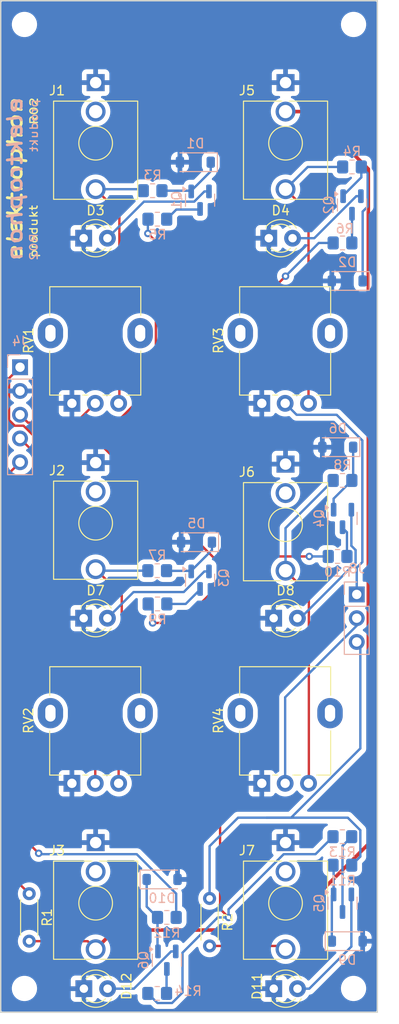
<source format=kicad_pcb>
(kicad_pcb (version 20240108) (generator "pcbnew") (generator_version "8.0")
  (title_block (title "produkt") (date "2021-08-01") (rev "R02") (comment 1 "PCB for mount circuit") (comment 2 "vca and ringmodulator") (comment 4 "License CC BY 4.0 - Attribution 4.0 International"))
  (layers (0 "F.Cu" signal) (31 "B.Cu" signal) (34 "B.Paste" user) (35 "F.Paste" user) (36 "B.SilkS" user "B.Silkscreen") (37 "F.SilkS" user "F.Silkscreen") (38 "B.Mask" user) (39 "F.Mask" user) (44 "Edge.Cuts" user))
  (net 0 "")
  (net 1 "GND")
  (net 2 "Net-(D1-K)")
  (net 3 "Net-(D2-K)")
  (net 4 "Net-(D3-A)")
  (net 5 "Net-(D4-A)")
  (net 6 "Net-(D5-K)")
  (net 7 "Net-(D6-K)")
  (net 8 "Net-(D7-A)")
  (net 9 "Net-(D8-A)")
  (net 10 "Net-(D9-K)")
  (net 11 "Net-(D10-K)")
  (net 12 "Net-(D11-A)")
  (net 13 "Net-(D12-A)")
  (net 14 "Net-(Q1-C)")
  (net 15 "/IN1x")
  (net 16 "Net-(Q2-C)")
  (net 17 "/IN1y")
  (net 18 "Net-(Q3-C)")
  (net 19 "Net-(Q4-C)")
  (net 20 "OUTb")
  (net 21 "Yb")
  (net 22 "Xb")
  (net 23 "OUTa")
  (net 24 "Ya")
  (net 25 "Xa")
  (net 26 "+5V")
  (net 27 "/IN2x")
  (net 28 "Net-(Q5-C)")
  (net 29 "/IN2y")
  (net 30 "Net-(Q6-C)")
  (net 33 "Net-(J3-PadT)")
  (net 36 "Net-(J7-PadT)")
  (footprint "MountingHole:MountingHole_2.2mm_M2" (layer "F.Cu") (at 88.56 53.34)
    (property "Reference" "H2" (hide yes))
    (property "Value" "MountingHole" (hide yes))
    (pad "" np_thru_hole circle (at 0 0) (size 2.2 2.2) (drill 2.2) (layers "*.Cu" "*.Mask"))
  )
  (footprint "MountingHole:MountingHole_2.2mm_M2" (layer "F.Cu") (at 53.34 156.44)
    (property "Reference" "H3" (hide yes))
    (property "Value" "MountingHole" (hide yes))
    (pad "" np_thru_hole circle (at 0 0) (size 2.2 2.2) (drill 2.2) (layers "*.Cu" "*.Mask"))
  )
  (footprint "MountingHole:MountingHole_2.2mm_M2" (layer "F.Cu") (at 88.56 156.44)
    (property "Reference" "H4" (hide yes))
    (property "Value" "MountingHole" (hide yes))
    (pad "" np_thru_hole circle (at 0 0) (size 2.2 2.2) (drill 2.2) (layers "*.Cu" "*.Mask"))
  )
  (footprint "MountingHole:MountingHole_2.2mm_M2" (layer "F.Cu") (at 53.34 53.34)
    (property "Reference" "H1" (hide yes))
    (property "Value" "MountingHole" (hide yes))
    (pad "" np_thru_hole circle (at 0 0) (size 2.2 2.2) (drill 2.2) (layers "*.Cu" "*.Mask"))
  )
  (footprint "LED_THT:LED_D3.0mm" (layer "F.Cu") (at 59.68 76.2)
    (property "Reference" "D3" (at 1.27 -2.96 0) (layer "F.SilkS"))
    (property "Value" "LED (Green)")
    (pad "1" thru_hole rect (at 0 0) (size 1.8 1.8) (drill 0.9) (layers "*.Cu" "*.Mask") (net 1 "GND"))
    (pad "2" thru_hole circle (at 2.54 0) (size 1.8 1.8) (drill 0.9) (layers "*.Cu" "*.Mask") (net 4 "Net-(D3-A)"))
  )
  (footprint "LED_THT:LED_D3.0mm" (layer "F.Cu") (at 79.492 76.2)
    (property "Reference" "D4" (at 1.27 -2.96 0) (layer "F.SilkS"))
    (property "Value" "LED (Green)")
    (pad "1" thru_hole rect (at 0 0) (size 1.8 1.8) (drill 0.9) (layers "*.Cu" "*.Mask") (net 1 "GND"))
    (pad "2" thru_hole circle (at 2.54 0) (size 1.8 1.8) (drill 0.9) (layers "*.Cu" "*.Mask") (net 5 "Net-(D4-A)"))
  )
  (footprint "LED_THT:LED_D3.0mm" (layer "F.Cu") (at 59.68 116.84)
    (property "Reference" "D7" (at 1.27 -2.96 0) (layer "F.SilkS"))
    (property "Value" "LED (Green)")
    (pad "1" thru_hole rect (at 0 0) (size 1.8 1.8) (drill 0.9) (layers "*.Cu" "*.Mask") (net 1 "GND"))
    (pad "2" thru_hole circle (at 2.54 0) (size 1.8 1.8) (drill 0.9) (layers "*.Cu" "*.Mask") (net 8 "Net-(D7-A)"))
  )
  (footprint "LED_THT:LED_D3.0mm" (layer "F.Cu") (at 80.01 116.84)
    (property "Reference" "D8" (at 1.27 -2.96 0) (layer "F.SilkS"))
    (property "Value" "LED (Green)")
    (pad "1" thru_hole rect (at 0 0) (size 1.8 1.8) (drill 0.9) (layers "*.Cu" "*.Mask") (net 1 "GND"))
    (pad "2" thru_hole circle (at 2.54 0) (size 1.8 1.8) (drill 0.9) (layers "*.Cu" "*.Mask") (net 9 "Net-(D8-A)"))
  )
  (footprint "LED_THT:LED_D3.0mm" (layer "F.Cu") (at 80.02 156.464)
    (property "Reference" "D11" (at -1.778 -0.254 90) (layer "F.SilkS"))
    (property "Value" "LED (Red)")
    (pad "1" thru_hole rect (at 0 0) (size 1.8 1.8) (drill 0.9) (layers "*.Cu" "*.Mask") (net 1 "GND"))
    (pad "2" thru_hole circle (at 2.54 0) (size 1.8 1.8) (drill 0.9) (layers "*.Cu" "*.Mask") (net 12 "Net-(D11-A)"))
  )
  (footprint "LED_THT:LED_D3.0mm" (layer "F.Cu") (at 59.7 156.464)
    (property "Reference" "D12" (at 4.572 -0.254 90) (layer "F.SilkS"))
    (property "Value" "LED (Red)")
    (pad "1" thru_hole rect (at 0 0) (size 1.8 1.8) (drill 0.9) (layers "*.Cu" "*.Mask") (net 1 "GND"))
    (pad "2" thru_hole circle (at 2.54 0) (size 1.8 1.8) (drill 0.9) (layers "*.Cu" "*.Mask") (net 13 "Net-(D12-A)"))
  )
  (footprint "elektrophon:Jack_3.5mm_WQP-PJ398SM_Vertical" (layer "F.Cu") (at 60.96 66.04)
    (property "Reference" "J1" (at -4.13 -5.63 0) (layer "F.SilkS"))
    (property "Value" "IN_X")
    (pad "S" thru_hole rect (at 0 -6.48 180) (size 1.93 1.83) (drill 1.22) (layers "*.Cu" "*.Mask") (net 1 "GND"))
    (pad "T" thru_hole circle (at 0 4.92 180) (size 2.13 2.13) (drill 1.43) (layers "*.Cu" "*.Mask") (net 15 "/IN1x"))
    (pad "TN" thru_hole circle (at 0 -3.38 180) (size 2.13 2.13) (drill 1.42) (layers "*.Cu" "*.Mask"))
  )
  (footprint "elektrophon:Jack_3.5mm_WQP-PJ398SM_Vertical" (layer "F.Cu") (at 60.96 106.68)
    (property "Reference" "J2" (at -4.13 -5.63 0) (layer "F.SilkS"))
    (property "Value" "IN_Y")
    (pad "S" thru_hole rect (at 0 -6.48 180) (size 1.93 1.83) (drill 1.22) (layers "*.Cu" "*.Mask") (net 1 "GND"))
    (pad "T" thru_hole circle (at 0 4.92 180) (size 2.13 2.13) (drill 1.43) (layers "*.Cu" "*.Mask") (net 17 "/IN1y"))
    (pad "TN" thru_hole circle (at 0 -3.38 180) (size 2.13 2.13) (drill 1.42) (layers "*.Cu" "*.Mask"))
  )
  (footprint "elektrophon:Jack_3.5mm_WQP-PJ398SM_Vertical" (layer "F.Cu") (at 60.96 147.32)
    (property "Reference" "J3" (at -4.13 -5.63 0) (layer "F.SilkS"))
    (property "Value" "OUT")
    (pad "S" thru_hole rect (at 0 -6.48 180) (size 1.93 1.83) (drill 1.22) (layers "*.Cu" "*.Mask") (net 1 "GND"))
    (pad "T" thru_hole circle (at 0 4.92 180) (size 2.13 2.13) (drill 1.43) (layers "*.Cu" "*.Mask") (net 33 "Net-(J3-PadT)"))
    (pad "TN" thru_hole circle (at 0 -3.38 180) (size 2.13 2.13) (drill 1.42) (layers "*.Cu" "*.Mask"))
  )
  (footprint "elektrophon:Jack_3.5mm_WQP-PJ398SM_Vertical" (layer "F.Cu") (at 81.28 66.04)
    (property "Reference" "J5" (at -4.13 -5.63 0) (layer "F.SilkS"))
    (property "Value" "IN_X")
    (pad "S" thru_hole rect (at 0 -6.48 180) (size 1.93 1.83) (drill 1.22) (layers "*.Cu" "*.Mask") (net 1 "GND"))
    (pad "T" thru_hole circle (at 0 4.92 180) (size 2.13 2.13) (drill 1.43) (layers "*.Cu" "*.Mask") (net 27 "/IN2x"))
    (pad "TN" thru_hole circle (at 0 -3.38 180) (size 2.13 2.13) (drill 1.42) (layers "*.Cu" "*.Mask") (net 33 "Net-(J3-PadT)"))
  )
  (footprint "elektrophon:Jack_3.5mm_WQP-PJ398SM_Vertical" (layer "F.Cu") (at 81.28 106.84)
    (property "Reference" "J6" (at -4.13 -5.63 0) (layer "F.SilkS"))
    (property "Value" "IN_Y")
    (pad "S" thru_hole rect (at 0 -6.48 180) (size 1.93 1.83) (drill 1.22) (layers "*.Cu" "*.Mask") (net 1 "GND"))
    (pad "T" thru_hole circle (at 0 4.92 180) (size 2.13 2.13) (drill 1.43) (layers "*.Cu" "*.Mask") (net 29 "/IN2y"))
    (pad "TN" thru_hole circle (at 0 -3.38 180) (size 2.13 2.13) (drill 1.42) (layers "*.Cu" "*.Mask"))
  )
  (footprint "elektrophon:Jack_3.5mm_WQP-PJ398SM_Vertical" (layer "F.Cu") (at 81.28 147.32)
    (property "Reference" "J7" (at -4.13 -5.63 0) (layer "F.SilkS"))
    (property "Value" "OUT")
    (pad "S" thru_hole rect (at 0 -6.48 180) (size 1.93 1.83) (drill 1.22) (layers "*.Cu" "*.Mask") (net 1 "GND"))
    (pad "T" thru_hole circle (at 0 4.92 180) (size 2.13 2.13) (drill 1.43) (layers "*.Cu" "*.Mask") (net 36 "Net-(J7-PadT)"))
    (pad "TN" thru_hole circle (at 0 -3.38 180) (size 2.13 2.13) (drill 1.42) (layers "*.Cu" "*.Mask"))
  )
  (footprint "Resistor_THT:R_Axial_DIN0204_L3.6mm_D1.6mm_P5.08mm_Horizontal" (layer "F.Cu") (at 53.848 146.304 -90)
    (property "Reference" "R1" (at 2.54 -1.92 90) (layer "F.SilkS"))
    (property "Value" "1k")
    (pad "1" thru_hole circle (at 0 0 270) (size 1.4 1.4) (drill 0.7) (layers "*.Cu" "*.Mask") (net 23 "OUTa"))
    (pad "2" thru_hole oval (at 5.08 0 270) (size 1.4 1.4) (drill 0.7) (layers "*.Cu" "*.Mask") (net 33 "Net-(J3-PadT)"))
  )
  (footprint "Resistor_THT:R_Axial_DIN0204_L3.6mm_D1.6mm_P5.08mm_Horizontal" (layer "F.Cu") (at 73.152 146.812 -90)
    (property "Reference" "R2" (at 2.54 -1.92 90) (layer "F.SilkS"))
    (property "Value" "1k")
    (pad "1" thru_hole circle (at 0 0 270) (size 1.4 1.4) (drill 0.7) (layers "*.Cu" "*.Mask") (net 20 "OUTb"))
    (pad "2" thru_hole oval (at 5.08 0 270) (size 1.4 1.4) (drill 0.7) (layers "*.Cu" "*.Mask") (net 36 "Net-(J7-PadT)"))
  )
  (footprint "elektrophon:Potentiometer_Alpha_RD901F-40-00D_Single_Vertical" (layer "F.Cu") (at 60.96 86.36 90)
    (property "Reference" "RV1" (at -0.79 -7.18 -90) (layer "F.SilkS"))
    (property "Value" "100k")
    (pad "" thru_hole oval (at 0 -4.84 180) (size 2.72 3.24) (drill oval 1.1 1.8) (layers "*.Cu" "*.Mask"))
    (pad "" thru_hole oval (at 0 4.76 180) (size 2.72 3.24) (drill oval 1.1 1.8) (layers "*.Cu" "*.Mask"))
    (pad "1" thru_hole rect (at -7.5 -2.54 180) (size 1.8 1.8) (drill 1) (layers "*.Cu" "*.Mask") (net 1 "GND"))
    (pad "2" thru_hole circle (at -7.5 -0.04 180) (size 1.8 1.8) (drill 1) (layers "*.Cu" "*.Mask") (net 25 "Xa"))
    (pad "3" thru_hole circle (at -7.5 2.46 180) (size 1.8 1.8) (drill 1) (layers "*.Cu" "*.Mask") (net 15 "/IN1x"))
  )
  (footprint "elektrophon:Potentiometer_Alpha_RD901F-40-00D_Single_Vertical" (layer "F.Cu") (at 60.96 127 90)
    (property "Reference" "RV2" (at -0.79 -7.18 -90) (layer "F.SilkS"))
    (property "Value" "100k")
    (pad "" thru_hole oval (at 0 -4.84 180) (size 2.72 3.24) (drill oval 1.1 1.8) (layers "*.Cu" "*.Mask"))
    (pad "" thru_hole oval (at 0 4.76 180) (size 2.72 3.24) (drill oval 1.1 1.8) (layers "*.Cu" "*.Mask"))
    (pad "1" thru_hole rect (at -7.5 -2.54 180) (size 1.8 1.8) (drill 1) (layers "*.Cu" "*.Mask") (net 1 "GND"))
    (pad "2" thru_hole circle (at -7.5 -0.04 180) (size 1.8 1.8) (drill 1) (layers "*.Cu" "*.Mask") (net 24 "Ya"))
    (pad "3" thru_hole circle (at -7.5 2.46 180) (size 1.8 1.8) (drill 1) (layers "*.Cu" "*.Mask") (net 17 "/IN1y"))
  )
  (footprint "elektrophon:Potentiometer_Alpha_RD901F-40-00D_Single_Vertical" (layer "F.Cu") (at 81.28 86.36 90)
    (property "Reference" "RV3" (at -0.79 -7.18 -90) (layer "F.SilkS"))
    (property "Value" "100k")
    (pad "" thru_hole oval (at 0 -4.84 180) (size 2.72 3.24) (drill oval 1.1 1.8) (layers "*.Cu" "*.Mask"))
    (pad "" thru_hole oval (at 0 4.76 180) (size 2.72 3.24) (drill oval 1.1 1.8) (layers "*.Cu" "*.Mask"))
    (pad "1" thru_hole rect (at -7.5 -2.54 180) (size 1.8 1.8) (drill 1) (layers "*.Cu" "*.Mask") (net 1 "GND"))
    (pad "2" thru_hole circle (at -7.5 -0.04 180) (size 1.8 1.8) (drill 1) (layers "*.Cu" "*.Mask") (net 22 "Xb"))
    (pad "3" thru_hole circle (at -7.5 2.46 180) (size 1.8 1.8) (drill 1) (layers "*.Cu" "*.Mask") (net 27 "/IN2x"))
  )
  (footprint "elektrophon:Potentiometer_Alpha_RD901F-40-00D_Single_Vertical" (layer "F.Cu") (at 81.28 127 90)
    (property "Reference" "RV4" (at -0.79 -7.18 -90) (layer "F.SilkS"))
    (property "Value" "100k")
    (pad "" thru_hole oval (at 0 -4.84 180) (size 2.72 3.24) (drill oval 1.1 1.8) (layers "*.Cu" "*.Mask"))
    (pad "" thru_hole oval (at 0 4.76 180) (size 2.72 3.24) (drill oval 1.1 1.8) (layers "*.Cu" "*.Mask"))
    (pad "1" thru_hole rect (at -7.5 -2.54 180) (size 1.8 1.8) (drill 1) (layers "*.Cu" "*.Mask") (net 1 "GND"))
    (pad "2" thru_hole circle (at -7.5 -0.04 180) (size 1.8 1.8) (drill 1) (layers "*.Cu" "*.Mask") (net 21 "Yb"))
    (pad "3" thru_hole circle (at -7.5 2.46 180) (size 1.8 1.8) (drill 1) (layers "*.Cu" "*.Mask") (net 29 "/IN2y"))
  )
  (footprint "elektrophon:elektrophon logo" (layer "F.Cu") (at 53.34 69.85 90)
    (property "Reference" "REF**" (hide yes))
    (property "Value" "elektrophon logo" (hide yes))
    (fp_text user "produkt" (at 8.62 1.02 90) (layer "B.SilkS") (effects (font (size 0.8 1)) (justify left mirror)))
    (fp_text user "elektrophon" (at 0 -1.016 90) (layer "B.SilkS") (effects (font (size 1.5 2) (thickness 0.3) (italic yes)) (justify mirror)))
    (fp_text user "R02" (at -8.83 1 90) (layer "B.SilkS") (effects (font (size 0.8 1)) (justify right mirror)))
    (fp_text user "produkt" (at -8.54 0.99 90) (layer "F.SilkS") (effects (font (size 0.8 1)) (justify left)))
    (fp_text user "elektrophon" (at 0 -1.016 90) (layer "F.SilkS") (effects (font (size 1.5 2) (thickness 0.3) (italic yes))))
    (fp_text user "R02" (at 8.8 1.02 90) (layer "F.SilkS") (effects (font (size 0.8 1)) (justify right)))
  )
  (footprint "Diode_SMD:D_SOD-123" (layer "B.Cu") (at 71.628 68.072 180)
    (property "Reference" "D1" (at 0 2 0) (layer "B.SilkS") (effects (justify mirror)))
    (property "Value" "1N4148W")
    (pad "1" smd roundrect (at -1.65 0 180) (size 0.9 1.2) (layers "B.Cu" "B.Paste" "B.Mask") (net 2 "Net-(D1-K)"))
    (pad "2" smd roundrect (at 1.65 0 180) (size 0.9 1.2) (layers "B.Cu" "B.Paste" "B.Mask") (net 1 "GND"))
  )
  (footprint "Diode_SMD:D_SOD-123" (layer "B.Cu") (at 87.884 80.772 180)
    (property "Reference" "D2" (at 0 2 0) (layer "B.SilkS") (effects (justify mirror)))
    (property "Value" "1N4148W")
    (pad "1" smd roundrect (at -1.65 0 180) (size 0.9 1.2) (layers "B.Cu" "B.Paste" "B.Mask") (net 3 "Net-(D2-K)"))
    (pad "2" smd roundrect (at 1.65 0 180) (size 0.9 1.2) (layers "B.Cu" "B.Paste" "B.Mask") (net 1 "GND"))
  )
  (footprint "Diode_SMD:D_SOD-123" (layer "B.Cu") (at 71.754 108.712 180)
    (property "Reference" "D5" (at 0 2 0) (layer "B.SilkS") (effects (justify mirror)))
    (property "Value" "1N4148W")
    (pad "1" smd roundrect (at -1.65 0 180) (size 0.9 1.2) (layers "B.Cu" "B.Paste" "B.Mask") (net 6 "Net-(D5-K)"))
    (pad "2" smd roundrect (at 1.65 0 180) (size 0.9 1.2) (layers "B.Cu" "B.Paste" "B.Mask") (net 1 "GND"))
  )
  (footprint "Diode_SMD:D_SOD-123" (layer "B.Cu") (at 86.868 98.552 180)
    (property "Reference" "D6" (at 0 2 0) (layer "B.SilkS") (effects (justify mirror)))
    (property "Value" "1N4148W")
    (pad "1" smd roundrect (at -1.65 0 180) (size 0.9 1.2) (layers "B.Cu" "B.Paste" "B.Mask") (net 7 "Net-(D6-K)"))
    (pad "2" smd roundrect (at 1.65 0 180) (size 0.9 1.2) (layers "B.Cu" "B.Paste" "B.Mask") (net 1 "GND"))
  )
  (footprint "Diode_SMD:D_SOD-123" (layer "B.Cu") (at 87.884 151.384)
    (property "Reference" "D9" (at 0 2 0) (layer "B.SilkS") (effects (justify mirror)))
    (property "Value" "1N4148W")
    (pad "1" smd roundrect (at -1.65 0) (size 0.9 1.2) (layers "B.Cu" "B.Paste" "B.Mask") (net 10 "Net-(D9-K)"))
    (pad "2" smd roundrect (at 1.65 0) (size 0.9 1.2) (layers "B.Cu" "B.Paste" "B.Mask") (net 1 "GND"))
  )
  (footprint "Diode_SMD:D_SOD-123" (layer "B.Cu") (at 68.072 144.78)
    (property "Reference" "D10" (at 0 2 0) (layer "B.SilkS") (effects (justify mirror)))
    (property "Value" "1N4148W")
    (pad "1" smd roundrect (at -1.65 0) (size 0.9 1.2) (layers "B.Cu" "B.Paste" "B.Mask") (net 11 "Net-(D10-K)"))
    (pad "2" smd roundrect (at 1.65 0) (size 0.9 1.2) (layers "B.Cu" "B.Paste" "B.Mask") (net 1 "GND"))
  )
  (footprint "Package_TO_SOT_SMD:SOT-23" (layer "B.Cu") (at 72.136 72.136 -90)
    (property "Reference" "Q1" (at 0 2.5 90) (layer "B.SilkS") (effects (justify mirror)))
    (property "Value" "MMBT3904")
    (pad "1" smd roundrect (at -0.9375 0.95 270) (size 1.475 0.6) (layers "B.Cu" "B.Paste" "B.Mask") (net 2 "Net-(D1-K)"))
    (pad "2" smd roundrect (at -0.9375 -0.95 270) (size 1.475 0.6) (layers "B.Cu" "B.Paste" "B.Mask") (net 4 "Net-(D3-A)"))
    (pad "3" smd roundrect (at 0.9375 0 270) (size 1.475 0.6) (layers "B.Cu" "B.Paste" "B.Mask") (net 14 "Net-(Q1-C)"))
  )
  (footprint "Package_TO_SOT_SMD:SOT-23" (layer "B.Cu") (at 88.392 72.644 -90)
    (property "Reference" "Q2" (at 0 2.5 -90) (layer "B.SilkS") (effects (justify mirror)))
    (property "Value" "MMBT3904")
    (pad "1" smd roundrect (at -0.9375 0.95 270) (size 1.475 0.6) (layers "B.Cu" "B.Paste" "B.Mask") (net 3 "Net-(D2-K)"))
    (pad "2" smd roundrect (at -0.9375 -0.95 270) (size 1.475 0.6) (layers "B.Cu" "B.Paste" "B.Mask") (net 5 "Net-(D4-A)"))
    (pad "3" smd roundrect (at 0.9375 0 270) (size 1.475 0.6) (layers "B.Cu" "B.Paste" "B.Mask") (net 16 "Net-(Q2-C)"))
  )
  (footprint "Package_TO_SOT_SMD:SOT-23" (layer "B.Cu") (at 72.136 112.776 -90)
    (property "Reference" "Q3" (at -0.254 -2.54 90) (layer "B.SilkS") (effects (justify mirror)))
    (property "Value" "MMBT3904")
    (pad "1" smd roundrect (at -0.9375 0.95 270) (size 1.475 0.6) (layers "B.Cu" "B.Paste" "B.Mask") (net 6 "Net-(D5-K)"))
    (pad "2" smd roundrect (at -0.9375 -0.95 270) (size 1.475 0.6) (layers "B.Cu" "B.Paste" "B.Mask") (net 8 "Net-(D7-A)"))
    (pad "3" smd roundrect (at 0.9375 0 270) (size 1.475 0.6) (layers "B.Cu" "B.Paste" "B.Mask") (net 18 "Net-(Q3-C)"))
  )
  (footprint "Package_TO_SOT_SMD:SOT-23" (layer "B.Cu") (at 87.376 106.172 -90)
    (property "Reference" "Q4" (at 0 2.5 90) (layer "B.SilkS") (effects (justify mirror)))
    (property "Value" "MMBT3904")
    (pad "1" smd roundrect (at -0.9375 0.95 270) (size 1.475 0.6) (layers "B.Cu" "B.Paste" "B.Mask") (net 7 "Net-(D6-K)"))
    (pad "2" smd roundrect (at -0.9375 -0.95 270) (size 1.475 0.6) (layers "B.Cu" "B.Paste" "B.Mask") (net 9 "Net-(D8-A)"))
    (pad "3" smd roundrect (at 0.9375 0 270) (size 1.475 0.6) (layers "B.Cu" "B.Paste" "B.Mask") (net 19 "Net-(Q4-C)"))
  )
  (footprint "Package_TO_SOT_SMD:SOT-23" (layer "B.Cu") (at 87.376 147.32 -90)
    (property "Reference" "Q5" (at 0 2.5 90) (layer "B.SilkS") (effects (justify mirror)))
    (property "Value" "MMBT3904")
    (pad "1" smd roundrect (at -0.9375 0.95 270) (size 1.475 0.6) (layers "B.Cu" "B.Paste" "B.Mask") (net 10 "Net-(D9-K)"))
    (pad "2" smd roundrect (at -0.9375 -0.95 270) (size 1.475 0.6) (layers "B.Cu" "B.Paste" "B.Mask") (net 12 "Net-(D11-A)"))
    (pad "3" smd roundrect (at 0.9375 0 270) (size 1.475 0.6) (layers "B.Cu" "B.Paste" "B.Mask") (net 28 "Net-(Q5-C)"))
  )
  (footprint "Package_TO_SOT_SMD:SOT-23" (layer "B.Cu") (at 68.58 153.416 -90)
    (property "Reference" "Q6" (at 0 2.5 -90) (layer "B.SilkS") (effects (justify mirror)))
    (property "Value" "MMBT3904")
    (pad "1" smd roundrect (at -0.9375 0.95 270) (size 1.475 0.6) (layers "B.Cu" "B.Paste" "B.Mask") (net 11 "Net-(D10-K)"))
    (pad "2" smd roundrect (at -0.9375 -0.95 270) (size 1.475 0.6) (layers "B.Cu" "B.Paste" "B.Mask") (net 13 "Net-(D12-A)"))
    (pad "3" smd roundrect (at 0.9375 0 270) (size 1.475 0.6) (layers "B.Cu" "B.Paste" "B.Mask") (net 30 "Net-(Q6-C)"))
  )
  (footprint "Resistor_SMD:R_0805_2012Metric_Pad1.20x1.40mm_HandSolder" (layer "B.Cu") (at 67.056 71.12 180)
    (property "Reference" "R3" (at 0 1.65 0) (layer "B.SilkS") (effects (justify mirror)))
    (property "Value" "100k")
    (pad "1" smd roundrect (at -1 0 180) (size 1.2 1.4) (layers "B.Cu" "B.Paste" "B.Mask") (roundrect_rratio 0.208333) (net 2 "Net-(D1-K)"))
    (pad "2" smd roundrect (at 1 0 180) (size 1.2 1.4) (layers "B.Cu" "B.Paste" "B.Mask") (roundrect_rratio 0.208333) (net 15 "/IN1x"))
  )
  (footprint "Resistor_SMD:R_0805_2012Metric_Pad1.20x1.40mm_HandSolder" (layer "B.Cu") (at 88.392 68.58 180)
    (property "Reference" "R4" (at 0 1.65 0) (layer "B.SilkS") (effects (justify mirror)))
    (property "Value" "100k")
    (pad "1" smd roundrect (at -1 0 180) (size 1.2 1.4) (layers "B.Cu" "B.Paste" "B.Mask") (roundrect_rratio 0.208333) (net 3 "Net-(D2-K)"))
    (pad "2" smd roundrect (at 1 0 180) (size 1.2 1.4) (layers "B.Cu" "B.Paste" "B.Mask") (roundrect_rratio 0.208333) (net 27 "/IN2x"))
  )
  (footprint "Resistor_SMD:R_0805_2012Metric_Pad1.20x1.40mm_HandSolder" (layer "B.Cu") (at 67.564 74.168)
    (property "Reference" "R5" (at 0 1.65 0) (layer "B.SilkS") (effects (justify mirror)))
    (property "Value" "5.1k")
    (pad "1" smd roundrect (at -1 0) (size 1.2 1.4) (layers "B.Cu" "B.Paste" "B.Mask") (roundrect_rratio 0.208333) (net 26 "+5V"))
    (pad "2" smd roundrect (at 1 0) (size 1.2 1.4) (layers "B.Cu" "B.Paste" "B.Mask") (roundrect_rratio 0.208333) (net 14 "Net-(Q1-C)"))
  )
  (footprint "Resistor_SMD:R_0805_2012Metric_Pad1.20x1.40mm_HandSolder" (layer "B.Cu") (at 87.376 76.708)
    (property "Reference" "R6" (at 0.254 -1.524 0) (layer "B.SilkS") (effects (justify mirror)))
    (property "Value" "5.1k")
    (pad "1" smd roundrect (at -1 0) (size 1.2 1.4) (layers "B.Cu" "B.Paste" "B.Mask") (roundrect_rratio 0.208333) (net 26 "+5V"))
    (pad "2" smd roundrect (at 1 0) (size 1.2 1.4) (layers "B.Cu" "B.Paste" "B.Mask") (roundrect_rratio 0.208333) (net 16 "Net-(Q2-C)"))
  )
  (footprint "Resistor_SMD:R_0805_2012Metric_Pad1.20x1.40mm_HandSolder" (layer "B.Cu") (at 67.548 111.76 180)
    (property "Reference" "R7" (at 0 1.65 0) (layer "B.SilkS") (effects (justify mirror)))
    (property "Value" "100k")
    (pad "1" smd roundrect (at -1 0 180) (size 1.2 1.4) (layers "B.Cu" "B.Paste" "B.Mask") (roundrect_rratio 0.208333) (net 6 "Net-(D5-K)"))
    (pad "2" smd roundrect (at 1 0 180) (size 1.2 1.4) (layers "B.Cu" "B.Paste" "B.Mask") (roundrect_rratio 0.208333) (net 17 "/IN1y"))
  )
  (footprint "Resistor_SMD:R_0805_2012Metric_Pad1.20x1.40mm_HandSolder" (layer "B.Cu") (at 87.376 102.108 180)
    (property "Reference" "R8" (at 0 1.65 0) (layer "B.SilkS") (effects (justify mirror)))
    (property "Value" "100k")
    (pad "1" smd roundrect (at -1 0 180) (size 1.2 1.4) (layers "B.Cu" "B.Paste" "B.Mask") (roundrect_rratio 0.208333) (net 7 "Net-(D6-K)"))
    (pad "2" smd roundrect (at 1 0 180) (size 1.2 1.4) (layers "B.Cu" "B.Paste" "B.Mask") (roundrect_rratio 0.208333) (net 29 "/IN2y"))
  )
  (footprint "Resistor_SMD:R_0805_2012Metric_Pad1.20x1.40mm_HandSolder" (layer "B.Cu") (at 67.58 115.316)
    (property "Reference" "R9" (at 0 1.65 0) (layer "B.SilkS") (effects (justify mirror)))
    (property "Value" "5.1k")
    (pad "1" smd roundrect (at -1 0) (size 1.2 1.4) (layers "B.Cu" "B.Paste" "B.Mask") (roundrect_rratio 0.208333) (net 26 "+5V"))
    (pad "2" smd roundrect (at 1 0) (size 1.2 1.4) (layers "B.Cu" "B.Paste" "B.Mask") (roundrect_rratio 0.208333) (net 18 "Net-(Q3-C)"))
  )
  (footprint "Resistor_SMD:R_0805_2012Metric_Pad1.20x1.40mm_HandSolder" (layer "B.Cu") (at 86.852 110.236)
    (property "Reference" "R10" (at 0 1.65 0) (layer "B.SilkS") (effects (justify mirror)))
    (property "Value" "5.1k")
    (pad "1" smd roundrect (at -1 0) (size 1.2 1.4) (layers "B.Cu" "B.Paste" "B.Mask") (roundrect_rratio 0.208333) (net 26 "+5V"))
    (pad "2" smd roundrect (at 1 0) (size 1.2 1.4) (layers "B.Cu" "B.Paste" "B.Mask") (roundrect_rratio 0.208333) (net 19 "Net-(Q4-C)"))
  )
  (footprint "Resistor_SMD:R_0805_2012Metric_Pad1.20x1.40mm_HandSolder" (layer "B.Cu") (at 87.36 143.256)
    (property "Reference" "R11" (at 0 1.65 0) (layer "B.SilkS") (effects (justify mirror)))
    (property "Value" "100k")
    (pad "1" smd roundrect (at -1 0) (size 1.2 1.4) (layers "B.Cu" "B.Paste" "B.Mask") (roundrect_rratio 0.208333) (net 10 "Net-(D9-K)"))
    (pad "2" smd roundrect (at 1 0) (size 1.2 1.4) (layers "B.Cu" "B.Paste" "B.Mask") (roundrect_rratio 0.208333) (net 20 "OUTb"))
  )
  (footprint "Resistor_SMD:R_0805_2012Metric_Pad1.20x1.40mm_HandSolder" (layer "B.Cu") (at 68.58 148.844)
    (property "Reference" "R12" (at 0 1.65 0) (layer "B.SilkS") (effects (justify mirror)))
    (property "Value" "100k")
    (pad "1" smd roundrect (at -1 0) (size 1.2 1.4) (layers "B.Cu" "B.Paste" "B.Mask") (roundrect_rratio 0.208333) (net 11 "Net-(D10-K)"))
    (pad "2" smd roundrect (at 1 0) (size 1.2 1.4) (layers "B.Cu" "B.Paste" "B.Mask") (roundrect_rratio 0.208333) (net 23 "OUTa"))
  )
  (footprint "Resistor_SMD:R_0805_2012Metric_Pad1.20x1.40mm_HandSolder" (layer "B.Cu") (at 87.36 140.208)
    (property "Reference" "R13" (at 0 1.65 0) (layer "B.SilkS") (effects (justify mirror)))
    (property "Value" "5.1k")
    (pad "1" smd roundrect (at -1 0) (size 1.2 1.4) (layers "B.Cu" "B.Paste" "B.Mask") (roundrect_rratio 0.208333) (net 26 "+5V"))
    (pad "2" smd roundrect (at 1 0) (size 1.2 1.4) (layers "B.Cu" "B.Paste" "B.Mask") (roundrect_rratio 0.208333) (net 28 "Net-(Q5-C)"))
  )
  (footprint "Resistor_SMD:R_0805_2012Metric_Pad1.20x1.40mm_HandSolder" (layer "B.Cu") (at 67.548 156.972)
    (property "Reference" "R14" (at 3.318 -0.254 0) (layer "B.SilkS") (effects (justify mirror)))
    (property "Value" "5.1k")
    (pad "1" smd roundrect (at -1 0) (size 1.2 1.4) (layers "B.Cu" "B.Paste" "B.Mask") (roundrect_rratio 0.208333) (net 26 "+5V"))
    (pad "2" smd roundrect (at 1 0) (size 1.2 1.4) (layers "B.Cu" "B.Paste" "B.Mask") (roundrect_rratio 0.208333) (net 30 "Net-(Q6-C)"))
  )
  (footprint "Connector_PinSocket_2.54mm:PinSocket_1x03_P2.54mm_Vertical" (layer "B.Cu") (at 88.9 114.3 180)
    (property "Reference" "J8" (at 0 2.77 0) (layer "B.SilkS") (effects (justify mirror)))
    (property "Value" "01x03 Male")
    (pad "1" thru_hole rect (at 0 0 180) (size 1.7 1.7) (drill 1) (layers "*.Cu" "*.Mask") (net 22 "Xb"))
    (pad "2" thru_hole oval (at 0 -2.54 180) (size 1.7 1.7) (drill 1) (layers "*.Cu" "*.Mask") (net 21 "Yb"))
    (pad "3" thru_hole oval (at 0 -5.08 180) (size 1.7 1.7) (drill 1) (layers "*.Cu" "*.Mask") (net 20 "OUTb"))
  )
  (footprint "Connector_PinSocket_2.54mm:PinSocket_1x05_P2.54mm_Vertical" (layer "B.Cu") (at 52.87 90 180)
    (property "Reference" "J4" (at 0 2.77 0) (layer "B.SilkS") (effects (justify mirror)))
    (property "Value" "01x05 Male" (hide yes))
    (pad "1" thru_hole rect (at 0 0 180) (size 1.7 1.7) (drill 1) (layers "*.Cu" "*.Mask") (net 26 "+5V"))
    (pad "2" thru_hole oval (at 0 -2.54 180) (size 1.7 1.7) (drill 1) (layers "*.Cu" "*.Mask") (net 1 "GND"))
    (pad "3" thru_hole oval (at 0 -5.08 180) (size 1.7 1.7) (drill 1) (layers "*.Cu" "*.Mask") (net 25 "Xa"))
    (pad "4" thru_hole oval (at 0 -7.62 180) (size 1.7 1.7) (drill 1) (layers "*.Cu" "*.Mask") (net 24 "Ya"))
    (pad "5" thru_hole oval (at 0 -10.16 180) (size 1.7 1.7) (drill 1) (layers "*.Cu" "*.Mask") (net 23 "OUTa"))
  )
  (gr_line (start 50.8 50.8) (end 50.8 158.98) (stroke (width 0.15)) (layer "Edge.Cuts"))
  (gr_line (start 91.1 158.98) (end 50.8 158.98) (stroke (width 0.15)) (layer "Edge.Cuts"))
  (gr_line (start 50.8 50.8) (end 91.1 50.8) (stroke (width 0.15)) (layer "Edge.Cuts"))
  (gr_line (start 91.1 50.8) (end 91.1 158.98) (stroke (width 0.15)) (layer "Edge.Cuts"))
  (segment (start 73.278 68.072) (end 73.278 69.044) (width 0.25) (layer "B.Cu") (net 2))
  (segment (start 68.056 71.12) (end 71.17 71.12) (width 0.25) (layer "B.Cu") (net 2))
  (segment (start 73.278 69.044) (end 71.186 71.136) (width 0.25) (layer "B.Cu") (net 2))
  (segment (start 71.17 71.12) (end 71.186 71.136) (width 0.25) (layer "B.Cu") (net 2))
  (segment (start 89.534 73.351) (end 90.067 72.818) (width 0.25) (layer "B.Cu") (net 3))
  (segment (start 89.392 68.58) (end 89.392 69.694) (width 0.25) (layer "B.Cu") (net 3))
  (segment (start 89.534 80.772) (end 89.534 73.351) (width 0.25) (layer "B.Cu") (net 3))
  (segment (start 90.067 69.255) (end 89.392 68.58) (width 0.25) (layer "B.Cu") (net 3))
  (segment (start 90.067 72.818) (end 90.067 69.255) (width 0.25) (layer "B.Cu") (net 3))
  (segment (start 89.392 69.694) (end 87.442 71.644) (width 0.25) (layer "B.Cu") (net 3))
  (segment (start 62.22 76.2) (end 66.130751 72.289249) (width 0.25) (layer "B.Cu") (net 4))
  (segment (start 71.511 72.289249) (end 72.601749 71.1985) (width 0.25) (layer "B.Cu") (net 4))
  (segment (start 66.130751 72.289249) (end 71.511 72.289249) (width 0.25) (layer "B.Cu") (net 4))
  (segment (start 72.601749 71.1985) (end 73.086 71.1985) (width 0.25) (layer "B.Cu") (net 4))
  (segment (start 89.342 71.7065) (end 88.851251 71.7065) (width 0.25) (layer "B.Cu") (net 5))
  (segment (start 88.851251 71.7065) (end 84.357751 76.2) (width 0.25) (layer "B.Cu") (net 5))
  (segment (start 84.357751 76.2) (end 82.032 76.2) (width 0.25) (layer "B.Cu") (net 5))
  (segment (start 73.404 109.558) (end 71.186 111.776) (width 0.25) (layer "B.Cu") (net 6))
  (segment (start 73.404 108.712) (end 73.404 109.558) (width 0.25) (layer "B.Cu") (net 6))
  (segment (start 71.186 111.776) (end 68.564 111.776) (width 0.25) (layer "B.Cu") (net 6))
  (segment (start 68.564 111.776) (end 68.548 111.76) (width 0.25) (layer "B.Cu") (net 6))
  (segment (start 86.426 105.172) (end 86.426 104.058) (width 0.25) (layer "B.Cu") (net 7))
  (segment (start 88.376 102.108) (end 88.518 101.966) (width 0.25) (layer "B.Cu") (net 7))
  (segment (start 88.518 101.966) (end 88.518 98.552) (width 0.25) (layer "B.Cu") (net 7))
  (segment (start 86.426 104.058) (end 88.376 102.108) (width 0.25) (layer "B.Cu") (net 7))
  (segment (start 72.595251 111.8385) (end 70.387751 114.046) (width 0.25) (layer "B.Cu") (net 8))
  (segment (start 70.387751 114.046) (end 65.014 114.046) (width 0.25) (layer "B.Cu") (net 8))
  (segment (start 65.014 114.046) (end 62.22 116.84) (width 0.25) (layer "B.Cu") (net 8))
  (segment (start 73.086 111.8385) (end 72.595251 111.8385) (width 0.25) (layer "B.Cu") (net 8))
  (segment (start 88.326 105.172) (end 88.326 109.09681) (width 0.25) (layer "B.Cu") (net 9))
  (segment (start 88.77701 109.54782) (end 88.77701 110.92418) (width 0.25) (layer "B.Cu") (net 9))
  (segment (start 88.77701 110.92418) (end 82.86119 116.84) (width 0.25) (layer "B.Cu") (net 9))
  (segment (start 88.326 109.09681) (end 88.77701 109.54782) (width 0.25) (layer "B.Cu") (net 9))
  (segment (start 82.86119 116.84) (end 82.55 116.84) (width 0.25) (layer "B.Cu") (net 9))
  (segment (start 86.234 146.512) (end 86.426 146.32) (width 0.25) (layer "B.Cu") (net 10))
  (segment (start 86.426 146.32) (end 86.426 143.322) (width 0.25) (layer "B.Cu") (net 10))
  (segment (start 86.426 143.322) (end 86.36 143.256) (width 0.25) (layer "B.Cu") (net 10))
  (segment (start 86.234 151.384) (end 86.234 146.512) (width 0.25) (layer "B.Cu") (net 10))
  (segment (start 66.422 144.78) (end 66.422 147.686) (width 0.25) (layer "B.Cu") (net 11))
  (segment (start 66.422 147.686) (end 67.58 148.844) (width 0.25) (layer "B.Cu") (net 11))
  (segment (start 67.58 148.844) (end 67.58 152.366) (width 0.25) (layer "B.Cu") (net 11))
  (segment (start 67.58 152.366) (end 67.63 152.416) (width 0.25) (layer "B.Cu") (net 11))
  (segment (start 88.326 151.958) (end 88.326 146.32) (width 0.25) (layer "B.Cu") (net 12))
  (segment (start 82.56 156.464) (end 83.82 156.464) (width 0.25) (layer "B.Cu") (net 12))
  (segment (start 83.82 156.464) (end 88.326 151.958) (width 0.25) (layer "B.Cu") (net 12))
  (segment (start 69.039251 152.4785) (end 65.053751 156.464) (width 0.25) (layer "B.Cu") (net 13))
  (segment (start 65.053751 156.464) (end 62.24 156.464) (width 0.25) (layer "B.Cu") (net 13))
  (segment (start 69.53 152.4785) (end 69.039251 152.4785) (width 0.25) (layer "B.Cu") (net 13))
  (segment (start 72.136 73.136) (end 69.596 73.136) (width 0.25) (layer "B.Cu") (net 14))
  (segment (start 69.596 73.136) (end 68.564 74.168) (width 0.25) (layer "B.Cu") (net 14))
  (segment (start 63.42 93.86) (end 63.5 93.78) (width 0.25) (layer "F.Cu") (net 15))
  (segment (start 63.5 93.78) (end 63.5 73.5) (width 0.25) (layer "F.Cu") (net 15))
  (segment (start 63.5 73.5) (end 60.96 70.96) (width 0.25) (layer "F.Cu") (net 15))
  (segment (start 65.896 70.96) (end 66.056 71.12) (width 0.25) (layer "B.Cu") (net 15))
  (segment (start 60.96 70.96) (end 65.896 70.96) (width 0.25) (layer "B.Cu") (net 15))
  (segment (start 88.392 76.692) (end 88.376 76.708) (width 0.25) (layer "B.Cu") (net 16))
  (segment (start 88.392 73.644) (end 88.392 76.692) (width 0.25) (layer "B.Cu") (net 16))
  (segment (start 60.96 111.6) (end 63.754 114.394) (width 0.25) (layer "F.Cu") (net 17))
  (segment (start 63.42 119.714) (end 63.42 134.5) (width 0.25) (layer "F.Cu") (net 17))
  (segment (start 63.754 114.394) (end 63.754 119.38) (width 0.25) (layer "F.Cu") (net 17))
  (segment (start 63.754 119.38) (end 63.42 119.714) (width 0.25) (layer "F.Cu") (net 17))
  (segment (start 61.12 111.76) (end 60.96 111.6) (width 0.25) (layer "B.Cu") (net 17))
  (segment (start 66.548 111.76) (end 61.12 111.76) (width 0.25) (layer "B.Cu") (net 17))
  (segment (start 68.58 115.316) (end 70.596 115.316) (width 0.25) (layer "B.Cu") (net 18))
  (segment (start 70.596 115.316) (end 72.136 113.776) (width 0.25) (layer "B.Cu") (net 18))
  (segment (start 87.852 107.648) (end 87.376 107.172) (width 0.25) (layer "B.Cu") (net 19))
  (segment (start 87.852 110.236) (end 87.852 107.648) (width 0.25) (layer "B.Cu") (net 19))
  (segment (start 81.877002 138.176) (end 79.248 138.176) (width 0.25) (layer "B.Cu") (net 20))
  (segment (start 88.9 119.38) (end 89.28501 119.76501) (width 0.25) (layer "B.Cu") (net 20))
  (segment (start 89.28501 142.33099) (end 88.36 143.256) (width 0.25) (layer "B.Cu") (net 20))
  (segment (start 73.152 141.224) (end 76.2 138.176) (width 0.25) (layer "B.Cu") (net 20))
  (segment (start 89.28501 139.51982) (end 89.28501 142.33099) (width 0.25) (layer "B.Cu") (net 20))
  (segment (start 76.2 138.176) (end 79.248 138.176) (width 0.25) (layer "B.Cu") (net 20))
  (segment (start 73.152 146.812) (end 73.152 141.224) (width 0.25) (layer "B.Cu") (net 20))
  (segment (start 89.28501 119.76501) (end 89.28501 130.767992) (width 0.25) (layer "B.Cu") (net 20))
  (segment (start 89.28501 130.767992) (end 81.877002 138.176) (width 0.25) (layer "B.Cu") (net 20))
  (segment (start 87.94119 138.176) (end 89.28501 139.51982) (width 0.25) (layer "B.Cu") (net 20))
  (segment (start 79.248 138.176) (end 87.94119 138.176) (width 0.25) (layer "B.Cu") (net 20))
  (segment (start 88.9 117.640998) (end 88.9 116.84) (width 0.25) (layer "B.Cu") (net 21))
  (segment (start 81.24 134.5) (end 81.24 125.300998) (width 0.25) (layer "B.Cu") (net 21))
  (segment (start 81.24 125.300998) (end 88.9 117.640998) (width 0.25) (layer "B.Cu") (net 21))
  (segment (start 88.9 111.4376) (end 88.9 114.3) (width 0.25) (layer "B.Cu") (net 22))
  (segment (start 81.24 93.86) (end 82.465001 95.085001) (width 0.25) (layer "B.Cu") (net 22))
  (segment (start 89.501012 110.836588) (end 88.9 111.4376) (width 0.25) (layer "B.Cu") (net 22))
  (segment (start 86.751001 95.085001) (end 89.501012 97.835012) (width 0.25) (layer "B.Cu") (net 22))
  (segment (start 82.465001 95.085001) (end 86.751001 95.085001) (width 0.25) (layer "B.Cu") (net 22))
  (segment (start 89.501012 97.835012) (end 89.501012 110.836588) (width 0.25) (layer "B.Cu") (net 22))
  (segment (start 52.87 100.16) (end 51.914999 101.115001) (width 0.25) (layer "F.Cu") (net 23))
  (segment (start 51.914999 144.370999) (end 53.848 146.304) (width 0.25) (layer "F.Cu") (net 23))
  (segment (start 51.914999 101.115001) (end 51.914999 138.528999) (width 0.25) (layer "F.Cu") (net 23))
  (segment (start 51.914999 138.528999) (end 51.914999 139.036999) (width 0.25) (layer "F.Cu") (net 23))
  (segment (start 51.914999 139.036999) (end 54.864 141.986) (width 0.25) (layer "F.Cu") (net 23))
  (segment (start 51.914999 138.528999) (end 51.914999 144.370999) (width 0.25) (layer "F.Cu") (net 23))
  (via (at 54.864 141.986) (size 0.8) (drill 0.4) (layers "F.Cu" "B.Cu") (net 23))
  (segment (start 54.958 142.08) (end 65.357 142.08) (width 0.25) (layer "B.Cu") (net 23))
  (segment (start 69.58 148.844) (end 69.58 146.303) (width 0.25) (layer "B.Cu") (net 23))
  (segment (start 69.58 146.303) (end 65.357 142.08) (width 0.25) (layer "B.Cu") (net 23))
  (segment (start 54.958 142.08) (end 54.864 141.986) (width 0.25) (layer "B.Cu") (net 23))
  (segment (start 54.945022 99.695022) (end 54.945022 117.740411) (width 0.25) (layer "F.Cu") (net 24))
  (segment (start 54.945022 117.740411) (end 60.92 123.715389) (width 0.25) (layer "F.Cu") (net 24))
  (segment (start 54.945022 99.695022) (end 52.87 97.62) (width 0.25) (layer "F.Cu") (net 24))
  (segment (start 60.92 123.715389) (end 60.92 134.5) (width 0.25) (layer "F.Cu") (net 24))
  (segment (start 52.87 95.08) (end 53.719999 95.929999) (width 0.25) (layer "F.Cu") (net 25))
  (segment (start 53.719999 95.929999) (end 58.850001 95.929999) (width 0.25) (layer "F.Cu") (net 25))
  (segment (start 58.850001 95.929999) (end 60.92 93.86) (width 0.25) (layer "F.Cu") (net 25))
  (segment (start 74.277001 147.937001) (end 75.184 148.844) (width 0.25) (layer "F.Cu") (net 26))
  (segment (start 51.694999 95.644001) (end 52.305999 96.255001) (width 0.25) (layer "F.Cu") (net 26))
  (segment (start 61.862 98.636998) (end 74.277001 111.051999) (width 0.25) (layer "F.Cu") (net 26))
  (segment (start 55.626 98.636998) (end 59.097002 98.636998) (width 0.25) (layer "F.Cu") (net 26))
  (segment (start 67.40501 83.15301) (end 78.39099 83.15301) (width 0.25) (layer "F.Cu") (net 26))
  (segment (start 67.40501 91.687992) (end 67.40501 83.15301) (width 0.25) (layer "F.Cu") (net 26))
  (segment (start 70.104 117.348) (end 67.056 117.348) (width 0.25) (layer "F.Cu") (net 26))
  (segment (start 52.305999 96.255001) (end 53.244003 96.255001) (width 0.25) (layer "F.Cu") (net 26))
  (segment (start 74.277001 111.051999) (end 74.277001 111.650999) (width 0.25) (layer "F.Cu") (net 26))
  (segment (start 74.277001 113.174999) (end 74.277001 147.937001) (width 0.25) (layer "F.Cu") (net 26))
  (segment (start 74.277001 113.174999) (end 70.104 117.348) (width 0.25) (layer "F.Cu") (net 26))
  (segment (start 67.40501 76.54901) (end 66.548 75.692) (width 0.25) (layer "F.Cu") (net 26))
  (segment (start 59.097002 98.636998) (end 60.456004 98.636998) (width 0.25) (layer "F.Cu") (net 26))
  (segment (start 75.692 110.236) (end 83.82 110.236) (width 0.25) (layer "F.Cu") (net 26))
  (segment (start 78.39099 83.15301) (end 81.28 80.264) (width 0.25) (layer "F.Cu") (net 26))
  (segment (start 67.40501 83.15301) (end 67.40501 76.54901) (width 0.25) (layer "F.Cu") (net 26))
  (segment (start 59.097002 98.636998) (end 61.862 98.636998) (width 0.25) (layer "F.Cu") (net 26))
  (segment (start 52.87 90) (end 51.694999 91.175001) (width 0.25) (layer "F.Cu") (net 26))
  (segment (start 51.694999 91.175001) (end 51.694999 95.644001) (width 0.25) (layer "F.Cu") (net 26))
  (segment (start 74.277001 111.650999) (end 74.277001 113.174999) (width 0.25) (layer "F.Cu") (net 26))
  (segment (start 60.456004 98.636998) (end 67.40501 91.687992) (width 0.25) (layer "F.Cu") (net 26))
  (segment (start 53.244003 96.255001) (end 55.626 98.636998) (width 0.25) (layer "F.Cu") (net 26))
  (segment (start 74.277001 111.650999) (end 75.692 110.236) (width 0.25) (layer "F.Cu") (net 26))
  (via (at 75.184 148.844) (size 0.8) (drill 0.4) (layers "F.Cu" "B.Cu") (net 26))
  (via (at 67.056 117.348) (size 0.8) (drill 0.4) (layers "F.Cu" "B.Cu") (net 26))
  (via (at 83.82 110.236) (size 0.8) (drill 0.4) (layers "F.Cu" "B.Cu") (net 26))
  (via (at 81.28 80.264) (size 0.8) (drill 0.4) (layers "F.Cu" "B.Cu") (net 26))
  (via (at 66.548 75.692) (size 0.8) (drill 0.4) (layers "F.Cu" "B.Cu") (net 26))
  (segment (start 70.255001 152.615997) (end 70.255001 156.878189) (width 0.25) (layer "B.Cu") (net 26))
  (segment (start 67.57301 157.99701) (end 66.548 156.972) (width 0.25) (layer "B.Cu") (net 26))
  (segment (start 81.082797 142.080001) (end 84.487999 142.080001) (width 0.25) (layer "B.Cu") (net 26))
  (segment (start 85.852 110.236) (end 83.82 110.236) (width 0.25) (layer "B.Cu") (net 26))
  (segment (start 75.184 147.978798) (end 81.082797 142.080001) (width 0.25) (layer "B.Cu") (net 26))
  (segment (start 81.28 80.264) (end 84.836 76.708) (width 0.25) (layer "B.Cu") (net 26))
  (segment (start 69.13618 157.99701) (end 67.57301 157.99701) (width 0.25) (layer "B.Cu") (net 26))
  (segment (start 74.026998 148.844) (end 70.255001 152.615997) (width 0.25) (layer "B.Cu") (net 26))
  (segment (start 84.487999 142.080001) (end 86.36 140.208) (width 0.25) (layer "B.Cu") (net 26))
  (segment (start 66.548 74.184) (end 66.564 74.168) (width 0.25) (layer "B.Cu") (net 26))
  (segment (start 75.184 148.844) (end 74.026998 148.844) (width 0.25) (layer "B.Cu") (net 26))
  (segment (start 67.056 115.792) (end 66.58 115.316) (width 0.25) (layer "B.Cu") (net 26))
  (segment (start 66.548 75.692) (end 66.548 74.184) (width 0.25) (layer "B.Cu") (net 26))
  (segment (start 84.836 76.708) (end 86.376 76.708) (width 0.25) (layer "B.Cu") (net 26))
  (segment (start 67.056 117.348) (end 67.056 115.792) (width 0.25) (layer "B.Cu") (net 26))
  (segment (start 70.255001 156.878189) (end 69.13618 157.99701) (width 0.25) (layer "B.Cu") (net 26))
  (segment (start 75.184 148.844) (end 75.184 147.978798) (width 0.25) (layer "B.Cu") (net 26))
  (segment (start 81.28 70.96) (end 83.74 73.42) (width 0.25) (layer "F.Cu") (net 27))
  (segment (start 83.74 73.42) (end 83.74 93.86) (width 0.25) (layer "F.Cu") (net 27))
  (segment (start 87.392 68.58) (end 83.66 68.58) (width 0.25) (layer "B.Cu") (net 27))
  (segment (start 83.66 68.58) (end 81.28 70.96) (width 0.25) (layer "B.Cu") (net 27))
  (segment (start 87.376 141.192) (end 87.376 148.32) (width 0.25) (layer "B.Cu") (net 28))
  (segment (start 88.36 140.208) (end 87.376 141.192) (width 0.25) (layer "B.Cu") (net 28))
  (segment (start 83.775001 134.464999) (end 83.775001 114.255001) (width 0.25) (layer "F.Cu") (net 29))
  (segment (start 83.775001 114.255001) (end 81.28 111.76) (width 0.25) (layer "F.Cu") (net 29))
  (segment (start 83.74 134.5) (end 83.775001 134.464999) (width 0.25) (layer "F.Cu") (net 29))
  (segment (start 81.28 107.204) (end 81.28 111.76) (width 0.25) (layer "B.Cu") (net 29))
  (segment (start 86.376 102.108) (end 81.28 107.204) (width 0.25) (layer "B.Cu") (net 29))
  (segment (start 68.548 154.448) (end 68.58 154.416) (width 0.25) (layer "B.Cu") (net 30))
  (segment (start 68.548 156.972) (end 68.548 154.448) (width 0.25) (layer "B.Cu") (net 30))
  (segment (start 90.140501 140.999499) (end 80.946501 150.193499) (width 0.381) (layer "F.Cu") (net 33))
  (segment (start 81.28 62.66) (end 83.996 62.66) (width 0.381) (layer "F.Cu") (net 33))
  (segment (start 60.104 151.384) (end 60.96 152.24) (width 0.25) (layer "F.Cu") (net 33))
  (segment (start 53.848 151.384) (end 60.104 151.384) (width 0.25) (layer "F.Cu") (net 33))
  (segment (start 63.006501 150.193499) (end 60.96 152.24) (width 0.381) (layer "F.Cu") (net 33))
  (segment (start 80.946501 150.193499) (end 63.006501 150.193499) (width 0.381) (layer "F.Cu") (net 33))
  (segment (start 90.140501 68.804501) (end 90.140501 140.999499) (width 0.381) (layer "F.Cu") (net 33))
  (segment (start 83.996 62.66) (end 90.140501 68.804501) (width 0.381) (layer "F.Cu") (net 33))
  (segment (start 73.152 151.892) (end 80.932 151.892) (width 0.25) (layer "F.Cu") (net 36))
  (segment (start 80.932 151.892) (end 81.28 152.24) (width 0.25) (layer "F.Cu") (net 36))
  (zone (net 1) (net_name "GND") (layer "B.Cu") (connect_pads (clearance 0.508)) (min_thickness 0.254) (fill yes (thermal_gap 0.508) (thermal_bridge_width 0.508))
    (polygon (pts (xy 91.44 159.512) (xy 50.8 159.512) (xy 50.8 50.8) (xy 91.44 50.8)))
  )
)
</source>
